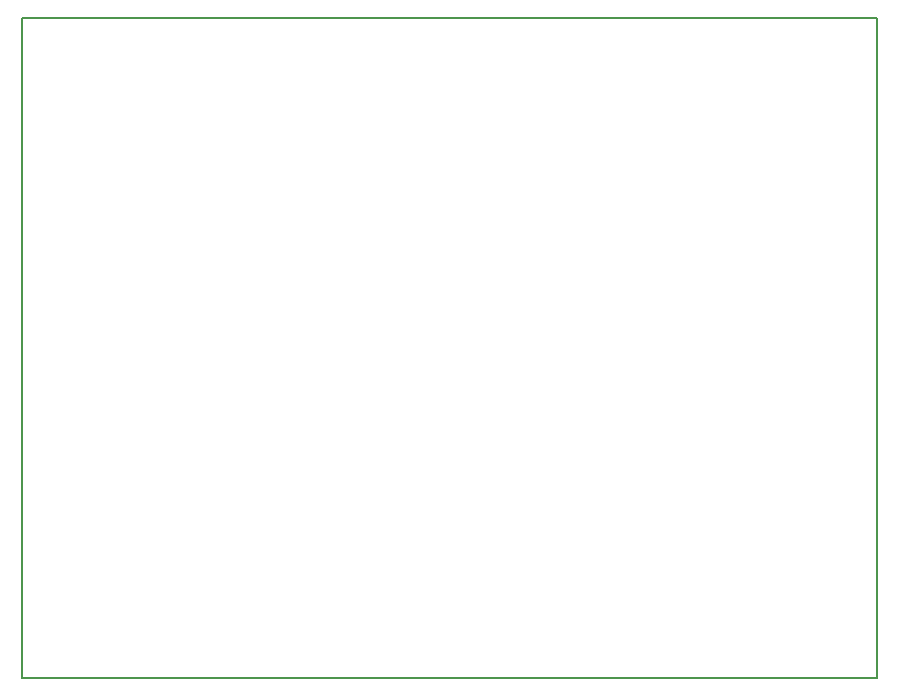
<source format=gbr>
G04 #@! TF.FileFunction,Profile,NP*
%FSLAX46Y46*%
G04 Gerber Fmt 4.6, Leading zero omitted, Abs format (unit mm)*
G04 Created by KiCad (PCBNEW 4.0.7) date 05/06/18 20:10:14*
%MOMM*%
%LPD*%
G01*
G04 APERTURE LIST*
%ADD10C,0.100000*%
%ADD11C,0.150000*%
G04 APERTURE END LIST*
D10*
D11*
X215900000Y-147320000D02*
X215900000Y-91440000D01*
X143510000Y-147320000D02*
X215900000Y-147320000D01*
X143510000Y-91440000D02*
X143510000Y-147320000D01*
X215900000Y-91440000D02*
X143510000Y-91440000D01*
M02*

</source>
